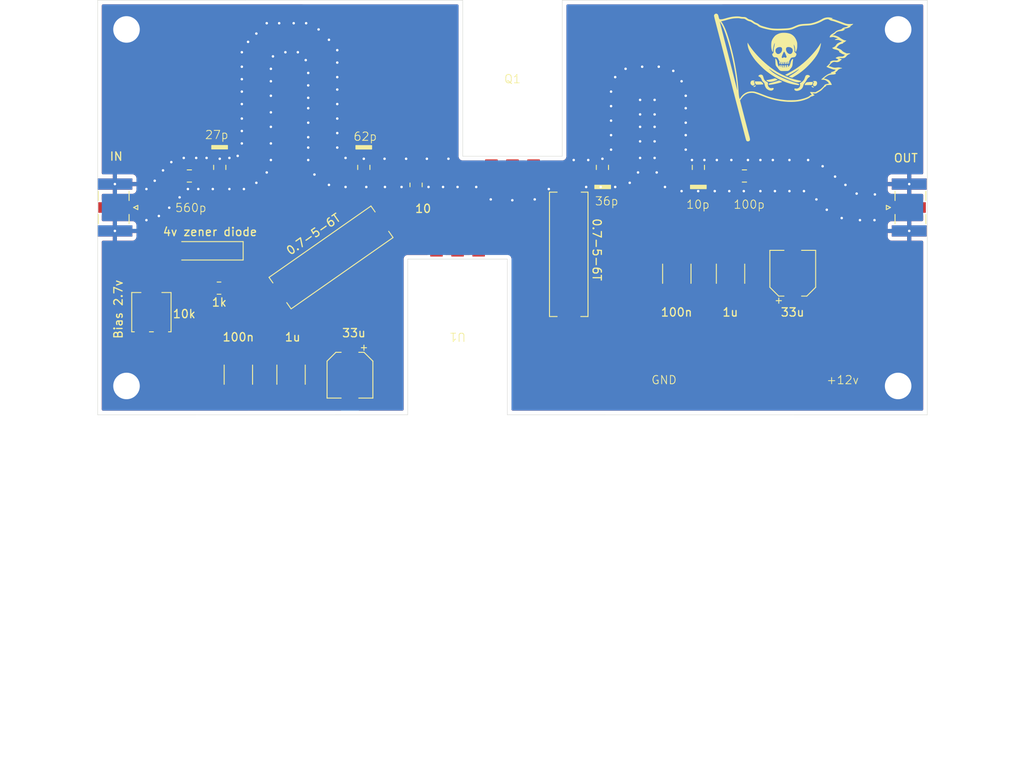
<source format=kicad_pcb>
(kicad_pcb (version 20240108) (generator "pcbnew") (generator_version "8.0")
  (layers (0 "F.Cu" signal) (31 "B.Cu" signal) (34 "B.Paste" user) (35 "F.Paste" user) (36 "B.SilkS" user "B.Silkscreen") (37 "F.SilkS" user "F.Silkscreen") (38 "B.Mask" user) (39 "F.Mask" user) (44 "Edge.Cuts" user))
  (net 0 "")
  (net 1 "Net-(J1-In)")
  (net 2 "Net-(Q1-G)")
  (net 3 "GND")
  (net 4 "Net-(U1-OUT)")
  (net 5 "+12V")
  (net 6 "Net-(Q1-D)")
  (net 7 "Net-(J2-In)")
  (net 8 "Net-(D1-K)")
  (net 9 "Net-(L1-Pad2)")
  (net 10 "Net-(R2-Pad1)")
  (footprint "Potentiometer_SMD:Potentiometer_Bourns_3314G_Vertical" (layer "F.Cu") (at 82.1 117.1 180)
    (property "Reference" "RV1" (hide yes))
    (property "Value" "10k" (hide yes))
    (pad "1" smd roundrect (at -1.15 -2.75 180) (size 1.3 1.3) (layers "F.Cu" "F.Paste" "F.Mask") (roundrect_rratio 0.1923076923) (net 4 "Net-(U1-OUT)"))
    (pad "2" smd roundrect (at 0 2.75 180) (size 2 1.3) (layers "F.Cu" "F.Paste" "F.Mask") (roundrect_rratio 0.1923076923) (net 10 "Net-(R2-Pad1)"))
    (pad "3" smd roundrect (at 1.15 -2.75 180) (size 1.3 1.3) (layers "F.Cu" "F.Paste" "F.Mask") (roundrect_rratio 0.1923076923) (net 3 "GND"))
  )
  (footprint "Capacitor_SMD:C_0805_2012Metric_Pad1.18x1.45mm_HandSolder" (layer "F.Cu") (at 153.575 100.675)
    (property "Reference" "C12" (hide yes))
    (property "Value" "100p" (hide yes))
    (pad "1" smd roundrect (at -1.0375 0) (size 1.175 1.45) (layers "F.Cu" "F.Paste" "F.Mask") (roundrect_rratio 0.212766) (net 6 "Net-(Q1-D)"))
    (pad "2" smd roundrect (at 1.0375 0) (size 1.175 1.45) (layers "F.Cu" "F.Paste" "F.Mask") (roundrect_rratio 0.212766) (net 7 "Net-(J2-In)"))
  )
  (footprint "Capacitor_SMD:CP_Elec_5x5.4" (layer "F.Cu") (at 159.4 112.4 90)
    (property "Reference" "C9" (hide yes))
    (property "Value" "33u" (hide yes))
    (pad "1" smd roundrect (at -2.2 0 90) (size 3 1.6) (layers "F.Cu" "F.Paste" "F.Mask") (roundrect_rratio 0.15625) (net 5 "+12V"))
    (pad "2" smd roundrect (at 2.2 0 90) (size 3 1.6) (layers "F.Cu" "F.Paste" "F.Mask") (roundrect_rratio 0.15625) (net 3 "GND"))
  )
  (footprint "Capacitor_SMD:C_0805_2012Metric_Pad1.18x1.45mm_HandSolder" (layer "F.Cu") (at 136.46 99.6375 -90)
    (property "Reference" "C10" (hide yes))
    (property "Value" "36p" (hide yes))
    (pad "1" smd roundrect (at -1.0375 0 270) (size 1.175 1.45) (layers "F.Cu" "F.Paste" "F.Mask") (roundrect_rratio 0.212766) (net 3 "GND"))
    (pad "2" smd roundrect (at 1.0375 0 270) (size 1.175 1.45) (layers "F.Cu" "F.Paste" "F.Mask") (roundrect_rratio 0.212766) (net 6 "Net-(Q1-D)"))
  )
  (footprint "Capacitor_SMD:C_0805_2012Metric_Pad1.18x1.45mm_HandSolder" (layer "F.Cu") (at 90.3375 99.6375 -90)
    (property "Reference" "C2" (hide yes))
    (property "Value" "27p" (hide yes))
    (pad "1" smd roundrect (at -1.0375 0 270) (size 1.175 1.45) (layers "F.Cu" "F.Paste" "F.Mask") (roundrect_rratio 0.212766) (net 3 "GND"))
    (pad "2" smd roundrect (at 1.0375 0 270) (size 1.175 1.45) (layers "F.Cu" "F.Paste" "F.Mask") (roundrect_rratio 0.212766) (net 2 "Net-(Q1-G)"))
  )
  (footprint "MountingHole:MountingHole_3.2mm_M3_DIN965_Pad" (layer "F.Cu") (at 79.1 126)
    (property "Reference" "H3" (hide yes))
    (property "Value" "MountingHole_Pad" (hide yes))
    (pad "1" thru_hole circle (at 0 0) (size 5.6 5.6) (drill 3.2) (layers "*.Cu" "*.Mask") (net 3 "GND"))
  )
  (footprint "Footprints:Wound_Inductor_L" (layer "F.Cu") (at 132.4 102.625 -90)
    (property "Reference" "L2" (hide yes))
    (property "Value" "300n" (hide yes))
    (fp_text user "0.7-5-6T" (at 3.075 -2.8 270) (layer "F.SilkS") (effects (justify left bottom)))
    (pad "1" smd rect (at 0 0 270) (size 5 2.1) (layers "F.Cu" "F.Paste" "F.Mask") (net 6 "Net-(Q1-D)"))
    (pad "2" smd rect (at 15 0 270) (size 5 2.1) (layers "F.Cu" "F.Paste" "F.Mask") (net 5 "+12V"))
  )
  (footprint "Diode_SMD:D_MiniMELF_Handsoldering" (layer "F.Cu") (at 88.5 109.7 180)
    (property "Reference" "D1" (hide yes))
    (property "Value" "D_Zener" (hide yes))
    (pad "1" smd roundrect (at -2.75 0 180) (size 3.3 1.7) (layers "F.Cu" "F.Paste" "F.Mask") (roundrect_rratio 0.1470588235) (net 8 "Net-(D1-K)"))
    (pad "2" smd roundrect (at 2.75 0 180) (size 3.3 1.7) (layers "F.Cu" "F.Paste" "F.Mask") (roundrect_rratio 0.1470588235) (net 3 "GND"))
  )
  (footprint "Connector_Coaxial:SMA_Samtec_SMA-J-P-X-ST-EM1_EdgeMount" (layer "F.Cu") (at 173.4375 104.475 90)
    (property "Reference" "J2" (hide yes))
    (property "Value" "~")
    (pad "1" smd rect (at 0 0.2 90) (size 1.27 3.6) (layers "F.Cu" "F.Paste" "F.Mask") (net 7 "Net-(J2-In)"))
    (pad "2" smd rect (at -2.825 0 90) (size 1.35 4.2) (layers "F.Cu" "F.Paste" "F.Mask") (net 3 "GND"))
    (pad "2" smd rect (at -2.825 0 90) (size 1.35 4.2) (layers "B.Cu" "B.Paste" "B.Mask") (net 3 "GND"))
    (pad "2" smd rect (at 2.825 0 90) (size 1.35 4.2) (layers "F.Cu" "F.Paste" "F.Mask") (net 3 "GND"))
    (pad "2" smd rect (at 2.825 0 90) (size 1.35 4.2) (layers "B.Cu" "B.Paste" "B.Mask") (net 3 "GND"))
  )
  (footprint "Footprints:TO-220 SMD" (layer "F.Cu") (at 125.62 89.475)
    (property "Reference" "Q1" (at 0 -0.5 0) (layer "F.SilkS") (effects (font (thickness 0.1))))
    (property "Value" "RD15HVF1" (hide yes))
    (pad "" np_thru_hole oval (at 0 -6.41) (size 3.5 3.5) (drill 3.5) (layers "*.Cu" "*.Mask"))
    (pad "1" smd rect (at -2.54 11.2) (size 1.5 4) (layers "F.Cu" "F.Paste" "F.Mask") (net 2 "Net-(Q1-G)"))
    (pad "2" smd rect (at 0 11.2) (size 1.5 4) (layers "F.Cu" "F.Paste" "F.Mask") (net 3 "GND"))
    (pad "3" smd rect (at 2.54 11.2) (size 1.5 4) (layers "F.Cu" "F.Paste" "F.Mask") (net 6 "Net-(Q1-D)"))
  )
  (footprint "LOGO" (layer "F.Cu") (at 158.505559 88.727788)
    (property "Reference" "G***" (hide yes))
    (property "Value" "LOGO" (hide yes))
  )
  (footprint "MountingHole:MountingHole_3.2mm_M3_DIN965_Pad" (layer "F.Cu") (at 79.1 83)
    (property "Reference" "H4" (hide yes))
    (property "Value" "MountingHole_Pad" (hide yes))
    (pad "1" thru_hole circle (at 0 0) (size 5.6 5.6) (drill 3.2) (layers "*.Cu" "*.Mask") (net 3 "GND"))
  )
  (footprint "Capacitor_SMD:C_0805_2012Metric_Pad1.18x1.45mm_HandSolder" (layer "F.Cu") (at 86.675 100.675)
    (property "Reference" "C1" (hide yes))
    (property "Value" "500p" (hide yes))
    (pad "1" smd roundrect (at -1.0375 0) (size 1.175 1.45) (layers "F.Cu" "F.Paste" "F.Mask") (roundrect_rratio 0.212766) (net 1 "Net-(J1-In)"))
    (pad "2" smd roundrect (at 1.0375 0) (size 1.175 1.45) (layers "F.Cu" "F.Paste" "F.Mask") (roundrect_rratio 0.212766) (net 2 "Net-(Q1-G)"))
  )
  (footprint "MountingHole:MountingHole_3.2mm_M3_DIN965_Pad" (layer "F.Cu") (at 172.1 83)
    (property "Reference" "H1" (hide yes))
    (property "Value" "MountingHole_Pad" (hide yes))
    (pad "1" thru_hole circle (at 0 0) (size 5.6 5.6) (drill 3.2) (layers "*.Cu" "*.Mask") (net 3 "GND"))
  )
  (footprint "Capacitor_SMD:C_1812_4532Metric_Pad1.57x3.40mm_HandSolder" (layer "F.Cu") (at 145.425 112.4625 -90)
    (property "Reference" "C8" (hide yes))
    (property "Value" "1u" (hide yes))
    (pad "1" smd roundrect (at -2.1375 0 270) (size 1.575 3.4) (layers "F.Cu" "F.Paste" "F.Mask") (roundrect_rratio 0.15873) (net 3 "GND"))
    (pad "2" smd roundrect (at 2.1375 0 270) (size 1.575 3.4) (layers "F.Cu" "F.Paste" "F.Mask") (roundrect_rratio 0.15873) (net 5 "+12V"))
  )
  (footprint "Footprints:Wound_Inductor_L" (layer "F.Cu") (at 97.60636 114.801823 35)
    (property "Reference" "L1" (hide yes))
    (property "Value" "300n" (hide yes))
    (fp_text user "0.7-5-6T" (at 3.502555 -2.921119 35) (layer "F.SilkS") (effects (justify left bottom)))
    (pad "1" smd rect (at 0 0 35) (size 5 2.1) (layers "F.Cu" "F.Paste" "F.Mask") (net 8 "Net-(D1-K)"))
    (pad "2" smd rect (at 15.000001 0 35) (size 5 2.1) (layers "F.Cu" "F.Paste" "F.Mask") (net 9 "Net-(L1-Pad2)"))
  )
  (footprint "Footprints:Power_Conn" (layer "F.Cu") (at 154.4 125.325 180)
    (property "Reference" "PWR1" (hide yes))
    (property "Value" "Conn_01x02_Socket" (hide yes))
    (pad "1" smd rect (at -5 0 180) (size 5 5) (layers "F.Cu" "F.Paste" "F.Mask") (net 5 "+12V"))
    (pad "2" smd rect (at 5 0 180) (size 5 5) (layers "F.Cu" "F.Paste" "F.Mask") (net 3 "GND"))
  )
  (footprint "Capacitor_SMD:C_0805_2012Metric_Pad1.18x1.45mm_HandSolder" (layer "F.Cu") (at 107.7 99.6375 -90)
    (property "Reference" "C3" (hide yes))
    (property "Value" "62p" (hide yes))
    (pad "1" smd roundrect (at -1.0375 0 270) (size 1.175 1.45) (layers "F.Cu" "F.Paste" "F.Mask") (roundrect_rratio 0.212766) (net 3 "GND"))
    (pad "2" smd roundrect (at 1.0375 0 270) (size 1.175 1.45) (layers "F.Cu" "F.Paste" "F.Mask") (roundrect_rratio 0.212766) (net 2 "Net-(Q1-G)"))
  )
  (footprint "Connector_Coaxial:SMA_Samtec_SMA-J-P-X-ST-EM1_EdgeMount" (layer "F.Cu") (at 77.7 104.475 -90)
    (property "Reference" "J1" (hide yes))
    (property "Value" "~")
    (pad "1" smd rect (at 0 0.2 270) (size 1.27 3.6) (layers "F.Cu" "F.Paste" "F.Mask") (net 1 "Net-(J1-In)"))
    (pad "2" smd rect (at -2.825 0 270) (size 1.35 4.2) (layers "F.Cu" "F.Paste" "F.Mask") (net 3 "GND"))
    (pad "2" smd rect (at -2.825 0 270) (size 1.35 4.2) (layers "B.Cu" "B.Paste" "B.Mask") (net 3 "GND"))
    (pad "2" smd rect (at 2.825 0 270) (size 1.35 4.2) (layers "F.Cu" "F.Paste" "F.Mask") (net 3 "GND"))
    (pad "2" smd rect (at 2.825 0 270) (size 1.35 4.2) (layers "B.Cu" "B.Paste" "B.Mask") (net 3 "GND"))
  )
  (footprint "Capacitor_SMD:C_0805_2012Metric_Pad1.18x1.45mm_HandSolder" (layer "F.Cu") (at 148.025 99.6375 -90)
    (property "Reference" "C11" (hide yes))
    (property "Value" "10p" (hide yes))
    (pad "1" smd roundrect (at -1.0375 0 270) (size 1.175 1.45) (layers "F.Cu" "F.Paste" "F.Mask") (roundrect_rratio 0.212766) (net 3 "GND"))
    (pad "2" smd roundrect (at 1.0375 0 270) (size 1.175 1.45) (layers "F.Cu" "F.Paste" "F.Mask") (roundrect_rratio 0.212766) (net 6 "Net-(Q1-D)"))
  )
  (footprint "Resistor_SMD:R_0805_2012Metric_Pad1.20x1.40mm_HandSolder" (layer "F.Cu") (at 114 101.75 90)
    (property "Reference" "R1" (hide yes))
    (property "Value" "10" (hide yes))
    (pad "1" smd roundrect (at -1 0 90) (size 1.2 1.4) (layers "F.Cu" "F.Paste" "F.Mask") (roundrect_rratio 0.208333) (net 9 "Net-(L1-Pad2)"))
    (pad "2" smd roundrect (at 1 0 90) (size 1.2 1.4) (layers "F.Cu" "F.Paste" "F.Mask") (roundrect_rratio 0.208333) (net 2 "Net-(Q1-G)"))
  )
  (footprint "Capacitor_SMD:C_1812_4532Metric_Pad1.57x3.40mm_HandSolder" (layer "F.Cu") (at 98.93125 124.6375 90)
    (property "Reference" "C5" (hide yes))
    (property "Value" "1u" (hide yes))
    (pad "1" smd roundrect (at -2.1375 0 90) (size 1.575 3.4) (layers "F.Cu" "F.Paste" "F.Mask") (roundrect_rratio 0.15873) (net 3 "GND"))
    (pad "2" smd roundrect (at 2.1375 0 90) (size 1.575 3.4) (layers "F.Cu" "F.Paste" "F.Mask") (roundrect_rratio 0.15873) (net 4 "Net-(U1-OUT)"))
  )
  (footprint "MountingHole:MountingHole_3.2mm_M3_DIN965_Pad" (layer "F.Cu") (at 172.1 126)
    (property "Reference" "H2" (hide yes))
    (property "Value" "MountingHole_Pad" (hide yes))
    (pad "1" thru_hole circle (at 0 0) (size 5.6 5.6) (drill 3.2) (layers "*.Cu" "*.Mask") (net 3 "GND"))
  )
  (footprint "Footprints:TO-220 SMD" (layer "F.Cu") (at 119 119.59 180)
    (property "Reference" "U1" (at 0 -0.5 180) (layer "F.SilkS") (effects (font (thickness 0.1))))
    (property "Value" "L7809" (hide yes))
    (pad "" np_thru_hole oval (at 0 -6.41 180) (size 3.5 3.5) (drill 3.5) (layers "*.Cu" "*.Mask"))
    (pad "1" smd rect (at -2.54 11.2 180) (size 1.5 4) (layers "F.Cu" "F.Paste" "F.Mask") (net 5 "+12V"))
    (pad "2" smd rect (at 0 11.2 180) (size 1.5 4) (layers "F.Cu" "F.Paste" "F.Mask") (net 3 "GND"))
    (pad "3" smd rect (at 2.54 11.2 180) (size 1.5 4) (layers "F.Cu" "F.Paste" "F.Mask") (net 4 "Net-(U1-OUT)"))
  )
  (footprint "Capacitor_SMD:C_1812_4532Metric_Pad1.57x3.40mm_HandSolder" (layer "F.Cu") (at 92.58125 124.6375 90)
    (property "Reference" "C6" (hide yes))
    (property "Value" "100n" (hide yes))
    (pad "1" smd roundrect (at -2.1375 0 90) (size 1.575 3.4) (layers "F.Cu" "F.Paste" "F.Mask") (roundrect_rratio 0.15873) (net 3 "GND"))
    (pad "2" smd roundrect (at 2.1375 0 90) (size 1.575 3.4) (layers "F.Cu" "F.Paste" "F.Mask") (roundrect_rratio 0.15873) (net 4 "Net-(U1-OUT)"))
  )
  (footprint "Capacitor_SMD:CP_Elec_5x5.4" (layer "F.Cu") (at 106.03125 124.7 -90)
    (property "Reference" "C4" (hide yes))
    (property "Value" "33u" (hide yes))
    (pad "1" smd roundrect (at -2.2 0 270) (size 3 1.6) (layers "F.Cu" "F.Paste" "F.Mask") (roundrect_rratio 0.15625) (net 4 "Net-(U1-OUT)"))
    (pad "2" smd roundrect (at 2.2 0 270) (size 3 1.6) (layers "F.Cu" "F.Paste" "F.Mask") (roundrect_rratio 0.15625) (net 3 "GND"))
  )
  (footprint "Resistor_SMD:R_0805_2012Metric_Pad1.20x1.40mm_HandSolder" (layer "F.Cu") (at 90.25 114.2)
    (property "Reference" "R2" (hide yes))
    (property "Value" "1k" (hide yes))
    (pad "1" smd roundrect (at -1 0) (size 1.2 1.4) (layers "F.Cu" "F.Paste" "F.Mask") (roundrect_rratio 0.208333) (net 10 "Net-(R2-Pad1)"))
    (pad "2" smd roundrect (at 1 0) (size 1.2 1.4) (layers "F.Cu" "F.Paste" "F.Mask") (roundrect_rratio 0.208333) (net 8 "Net-(D1-K)"))
  )
  (footprint "Capacitor_SMD:C_1812_4532Metric_Pad1.57x3.40mm_HandSolder" (layer "F.Cu") (at 151.9 112.4625 -90)
    (property "Reference" "C7" (hide yes))
    (property "Value" "100n" (hide yes))
    (pad "1" smd roundrect (at -2.1375 0 270) (size 1.575 3.4) (layers "F.Cu" "F.Paste" "F.Mask") (roundrect_rratio 0.15873) (net 3 "GND"))
    (pad "2" smd roundrect (at 2.1375 0 270) (size 1.575 3.4) (layers "F.Cu" "F.Paste" "F.Mask") (roundrect_rratio 0.15873) (net 5 "+12V"))
  )
  (gr_rect (start 147.065 101.78) (end 148.975 102.21) (stroke (width 0.1)) (fill solid) (layer "F.SilkS"))
  (gr_rect (start 106.74 97) (end 108.65 97.43) (stroke (width 0.1)) (fill solid) (layer "F.SilkS"))
  (gr_rect (start 89.365 96.99) (end 91.275 97.42) (stroke (width 0.1)) (fill solid) (layer "F.SilkS"))
  (gr_rect (start 135.535 101.78) (end 137.445 102.21) (stroke (width 0.1)) (fill solid) (layer "F.SilkS"))
  (gr_line (start 125 110.7) (end 113 110.7) (stroke (width 0.05)) (layer "Edge.Cuts"))
  (gr_line (start 125 129.47) (end 175.62 129.475) (stroke (width 0.05)) (layer "Edge.Cuts"))
  (gr_line (start 119.62 79.48) (end 75.62 79.475) (stroke (width 0.05)) (layer "Edge.Cuts"))
  (gr_line (start 113 129.47) (end 75.62 129.475) (stroke (width 0.05)) (layer "Edge.Cuts"))
  (gr_line (start 131.62 98.3) (end 131.62 79.48) (stroke (width 0.05)) (layer "Edge.Cuts"))
  (gr_line (start 131.62 79.48) (end 175.62 79.475) (stroke (width 0.05)) (layer "Edge.Cuts"))
  (gr_line (start 119.62 98.3) (end 119.62 79.48) (stroke (width 0.05)) (layer "Edge.Cuts"))
  (gr_line (start 131.62 98.3) (end 119.62 98.3) (stroke (width 0.05)) (layer "Edge.Cuts"))
  (gr_line (start 175.62 79.475) (end 175.62 129.475) (stroke (width 0.05)) (layer "Edge.Cuts"))
  (gr_line (start 75.62 79.475) (end 75.62 129.475) (stroke (width 0.05)) (layer "Edge.Cuts"))
  (gr_line (start 125 110.7) (end 125 129.47) (stroke (width 0.05)) (layer "Edge.Cuts"))
  (gr_line (start 113 110.7) (end 113 129.47) (stroke (width 0.05)) (layer "Edge.Cuts"))
  (gr_text "4v zener diode" (at 83.4 108 0) (layer "F.SilkS") (effects (font (size 1 1)) (justify left bottom)))
  (gr_text "IN" (at 77 98.9 0) (layer "F.SilkS") (effects (font (size 1 1)) (justify left bottom)))
  (gr_text "100p" (at 152.2 104.7 0) (layer "F.SilkS") (effects (font (size 1 1) (thickness 0.1)) (justify left bottom)))
  (gr_text "GND" (at 142.3 125.8645 0) (layer "F.SilkS") (effects (font (size 1 1) (thickness 0.1)) (justify left bottom)))
  (gr_text "100n" (at 90.6 120.7 0) (layer "F.SilkS") (effects (font (size 1 1)) (justify left bottom)))
  (gr_text "Bias 2.7v" (at 78.7 120.4 90) (layer "F.SilkS") (effects (font (size 1 1)) (justify left bottom)))
  (gr_text "62p" (at 106.4 96.5 0) (layer "F.SilkS") (effects (font (size 1 1) (thickness 0.1)) (justify left bottom)))
  (gr_text "10" (at 113.8 105.2 0) (layer "F.SilkS") (effects (font (size 1 1)) (justify left bottom)))
  (gr_text "100n" (at 143.419048 117.7 0) (layer "F.SilkS") (effects (font (size 1 1)) (justify left bottom)))
  (gr_text "1u" (at 150.846429 117.7 0) (layer "F.SilkS") (effects (font (size 1 1)) (justify left bottom)))
  (gr_text "1u" (at 98.1 120.7 0) (layer "F.SilkS") (effects (font (size 1 1)) (justify left bottom)))
  (gr_text "+12v" (at 163.4 125.8645 0) (layer "F.SilkS") (effects (font (size 1 1) (thickness 0.1)) (justify left bottom)))
  (gr_text "27p" (at 88.5 96.3 0) (layer "F.SilkS") (effects (font (size 1 1) (thickness 0.1)) (justify left bottom)))
  (gr_text "33u" (at 157.870238 117.7 0) (layer "F.SilkS") (effects (font (size 1 1)) (justify left bottom)))
  (gr_text "10p" (at 146.5 104.7 0) (layer "F.SilkS") (effects (font (size 1 1) (thickness 0.1)) (justify left bottom)))
  (gr_text "560p" (at 84.9 105.1 0) (layer "F.SilkS") (effects (font (size 1 1) (thickness 0.1)) (justify left bottom)))
  (gr_text "36p" (at 135.5 104.3 0) (layer "F.SilkS") (effects (font (size 1 1) (thickness 0.1)) (justify left bottom)))
  (gr_text "1k" (at 89.3 116.5 0) (layer "F.SilkS") (effects (font (size 1 1)) (justify left bottom)))
  (gr_text "OUT" (at 171.5 99.1 0) (layer "F.SilkS") (effects (font (size 1 1)) (justify left bottom)))
  (gr_text "10k" (at 84.6 117.9 0) (layer "F.SilkS") (effects (font (size 1 1)) (justify left bottom)))
  (gr_text "33u" (at 105 120.2 0) (layer "F.SilkS") (effects (font (size 1 1)) (justify left bottom)))
  (segment (start 85.6375 100.675) (end 82.716179 103.596321) (width 1.3939) (layer "F.Cu") (net 1))
  (segment (start 80.594859 104.475) (end 77.5 104.475) (width 1.3939) (layer "F.Cu") (net 1))
  (arc (start 80.594859 104.475) (mid 81.742909 104.246639) (end 82.716179 103.596321) (width 1.3939) (layer "F.Cu") (net 1))
  (segment (start 107.7 100.675) (end 123.08 100.675) (width 1.3939) (layer "F.Cu") (net 2))
  (segment (start 91.946 100.675) (end 90.44 100.675) (width 1.3939) (layer "F.Cu") (net 2))
  (segment (start 94.958 87.177) (end 94.958 97.663) (width 1.3939) (layer "F.Cu") (net 2))
  (segment (start 102.488 97.663) (end 102.488 87.177) (width 1.3939) (layer "F.Cu") (net 2))
  (segment (start 87.7125 100.675) (end 90.44 100.675) (width 1.3939) (layer "F.Cu") (net 2))
  (segment (start 90.44 100.675) (end 90.3375 100.675) (width 1.3939) (layer "F.Cu") (net 2))
  (segment (start 99.476 84.165) (end 97.97 84.165) (width 1.3939) (layer "F.Cu") (net 2))
  (segment (start 107.7 100.675) (end 105.5 100.675) (width 1.3939) (layer "F.Cu") (net 2))
  (arc (start 94.958 97.663) (mid 94.075806 99.792806) (end 91.946 100.675) (width 1.3939) (layer "F.Cu") (net 2))
  (arc (start 105.5 100.675) (mid 103.370194 99.792806) (end 102.488 97.663) (width 1.3939) (layer "F.Cu") (net 2))
  (arc (start 102.488 87.177) (mid 101.605806 85.047194) (end 99.476 84.165) (width 1.3939) (layer "F.Cu") (net 2))
  (arc (start 97.97 84.165) (mid 95.840194 85.047194) (end 94.958 87.177) (width 1.3939) (layer "F.Cu") (net 2))
  (via (at 89.5 102.25) (size 0.6) (drill 0.3) (layers "F.Cu" "B.Cu") (net 3))
  (via (at 93.75 84.5) (size 0.6) (drill 0.3) (layers "F.Cu" "B.Cu") (net 3))
  (via (at 81.5 102.25) (size 0.6) (drill 0.3) (layers "F.Cu" "B.Cu") (net 3))
  (via (at 139.75 101.5) (size 0.6) (drill 0.3) (layers "F.Cu" "B.Cu") (net 3))
  (via (at 110.25 102) (size 0.6) (drill 0.3) (layers "F.Cu" "B.Cu") (net 3))
  (via (at 99.25 82.25) (size 0.6) (drill 0.3) (layers "F.Cu" "B.Cu") (net 3))
  (via (at 134.5 102) (size 0.6) (drill 0.3) (layers "F.Cu" "B.Cu") (net 3))
  (via (at 83.5 100) (size 0.6) (drill 0.3) (layers "F.Cu" "B.Cu") (net 3))
  (via (at 104.5 88.75) (size 0.6) (drill 0.3) (layers "F.Cu" "B.Cu") (net 3))
  (via (at 93 92) (size 0.6) (drill 0.3) (layers "F.Cu" "B.Cu") (net 3))
  (via (at 147.25 98.75) (size 0.6) (drill 0.3) (layers "F.Cu" "B.Cu") (net 3))
  (via (at 145 88) (size 0.6) (drill 0.3) (layers "F.Cu" "B.Cu") (net 3))
  (via (at 93 85.75) (size 0.6) (drill 0.3) (layers "F.Cu" "B.Cu") (net 3))
  (via (at 94.75 101.5) (size 0.6) (drill 0.3) (layers "F.Cu" "B.Cu") (net 3))
  (via (at 141.25 87.5) (size 0.6) (drill 0.3) (layers "F.Cu" "B.Cu") (net 3))
  (via (at 104.5 90.25) (size 0.6) (drill 0.3) (layers "F.Cu" "B.Cu") (net 3))
  (via (at 140.75 100.25) (size 0.6) (drill 0.3) (layers "F.Cu" "B.Cu") (net 3))
  (via (at 96.5 96.75) (size 0.6) (drill 0.3) (layers "F.Cu" "B.Cu") (net 3))
  (via (at 142.75 96.5) (size 0.6) (drill 0.3) (layers "F.Cu" "B.Cu") (net 3))
  (via (at 81.5 106) (size 0.6) (drill 0.3) (layers "F.Cu" "B.Cu") (net 3))
  (via (at 101 92.5) (size 0.6) (drill 0.3) (layers "F.Cu" "B.Cu") (net 3))
  (via (at 117.25 102) (size 0.6) (drill 0.3) (layers "F.Cu" "B.Cu") (net 3))
  (via (at 173.4375 107.3) (size 0.6) (drill 0.3) (layers "F.Cu" "B.Cu") (net 3))
  (via (at 101.75 100.5) (size 0.6) (drill 0.3) (layers "F.Cu" "B.Cu") (net 3))
  (via (at 125.6 103.6) (size 0.6) (drill 0.3) (layers "F.Cu" "B.Cu") (net 3))
  (via (at 161.25 98.75) (size 0.6) (drill 0.3) (layers "F.Cu" "B.Cu") (net 3))
  (via (at 133 98.75) (size 0.6) (drill 0.3) (layers "F.Cu" "B.Cu") (net 3))
  (via (at 148.75 98.75) (size 0.6) (drill 0.3) (layers "F.Cu" "B.Cu") (net 3))
  (via (at 157 98.75) (size 0.6) (drill 0.3) (layers "F.Cu" "B.Cu") (net 3))
  (via (at 96.5 87.75) (size 0.6) (drill 0.3) (layers "F.Cu" "B.Cu") (net 3))
  (via (at 103.5 101.75) (size 0.6) (drill 0.3) (layers "F.Cu" "B.Cu") (net 3))
  (via (at 92.5 98.25) (size 0.6) (drill 0.3) (layers "F.Cu" "B.Cu") (net 3))
  (via (at 163 99.5) (size 0.6) (drill 0.3) (layers "F.Cu" "B.Cu") (net 3))
  (via (at 142.75 98.5) (size 0.6) (drill 0.3) (layers "F.Cu" "B.Cu") (net 3))
  (via (at 137.5 94) (size 0.6) (drill 0.3) (layers "F.Cu" "B.Cu") (net 3))
  (via (at 83 105.5) (size 0.6) (drill 0.3) (layers "F.Cu" "B.Cu") (net 3))
  (via (at 146 102.5) (size 0.6) (drill 0.3) (layers "F.Cu" "B.Cu") (net 3))
  (via (at 138 88.75) (size 0.6) (drill 0.3) (layers "F.Cu" "B.Cu") (net 3))
  (via (at 164.5 100.75) (size 0.6) (drill 0.3) (layers "F.Cu" "B.Cu") (net 3))
  (via (at 96.5 98.75) (size 0.6) (drill 0.3) (layers "F.Cu" "B.Cu") (net 3))
  (via (at 157.25 102.5) (size 0.6) (drill 0.3) (layers "F.Cu" "B.Cu") (net 3))
  (via (at 102.25 83) (size 0.6) (drill 0.3) (layers "F.Cu" "B.Cu") (net 3))
  (via (at 137.5 95.75) (size 0.6) (drill 0.3) (layers "F.Cu" "B.Cu") (net 3))
  (via (at 104.5 95.5) (size 0.6) (drill 0.3) (layers "F.Cu" "B.Cu") (net 3))
  (via (at 150.25 98.75) (size 0.6) (drill 0.3) (layers "F.Cu" "B.Cu") (net 3))
  (via (at 154 98.75) (size 0.6) (drill 0.3) (layers "F.Cu" "B.Cu") (net 3))
  (via (at 146.5 92.5) (size 0.6) (drill 0.3) (layers "F.Cu" "B.Cu") (net 3))
  (via (at 91.5 102.25) (size 0.6) (drill 0.3) (layers "F.Cu" "B.Cu") (net 3))
  (via (at 146.5 97.5) (size 0.6) (drill 0.3) (layers "F.Cu" "B.Cu") (net 3))
  (via (at 163.5 104.75) (size 0.6) (drill 0.3) (layers "F.Cu" "B.Cu") (net 3))
  (via (at 77.7 107.3) (size 0.6) (drill 0.3) (layers "F.Cu" "B.Cu") (net 3))
  (via (at 96.5 91) (size 0.6) (drill 0.3) (layers "F.Cu" "B.Cu") (net 3))
  (via (at 143 100.25) (size 0.6) (drill 0.3) (layers "F.Cu" "B.Cu") (net 3))
  (via (at 104.5 85.5) (size 0.6) (drill 0.3) (layers "F.Cu" "B.Cu") (net 3))
  (via (at 94.75 83.5) (size 0.6) (drill 0.3) (layers "F.Cu" "B.Cu") (net 3))
  (via (at 137.5 97.5) (size 0.6) (drill 0.3) (layers "F.Cu" "B.Cu") (net 3))
  (via (at 112.25 102) (size 0.6) (drill 0.3) (layers "F.Cu" "B.Cu") (net 3))
  (via (at 137.5 90.5) (size 0.6) (drill 0.3) (layers "F.Cu" "B.Cu") (net 3))
  (via (at 150 102.5) (size 0.6) (drill 0.3) (layers "F.Cu" "B.Cu") (net 3))
  (via (at 141 91.5) (size 0.6) (drill 0.3) (layers "F.Cu" "B.Cu") (net 3))
  (via (at 86 98.5) (size 0.6) (drill 0.3) (layers "F.Cu" "B.Cu") (net 3))
  (via (at 146.5 91) (size 0.6) (drill 0.3) (layers "F.Cu" "B.Cu") (net 3))
  (via (at 159 98.75) (size 0.6) (drill 0.3) (layers "F.Cu" "B.Cu") (net 3))
  (via (at 84.25 104.5) (size 0.6) (drill 0.3) (layers "F.Cu" "B.Cu") (net 3))
  (via (at 173.4375 101.65) (size 0.6) (drill 0.3) (layers "F.Cu" "B.Cu") (net 3))
  (via (at 93 95.25) (size 0.6) (drill 0.3) (layers "F.Cu" "B.Cu") (net 3))
  (via (at 134.75 98.75) (size 0.6) (drill 0.3) (layers "F.Cu" "B.Cu") (net 3))
  (via (at 107.7 98.6) (size 0.6) (drill 0.3) (layers "F.Cu" "B.Cu") (net 3))
  (via (at 96.5 93) (size 0.6) (drill 0.3) (layers "F.Cu" "B.Cu") (net 3))
  (via (at 100.75 82.25) (size 0.6) (drill 0.3) (layers "F.Cu" "B.Cu") (net 3))
  (via (at 121.25 102) (size 0.6) (drill 0.3) (layers "F.Cu" "B.Cu") (net 3))
  (via (at 115.3 98.6) (size 0.6) (drill 0.3) (layers "F.Cu" "B.Cu") (net 3))
  (via (at 104.5 87) (size 0.6) (drill 0.3) (layers "F.Cu" "B.Cu") (net 3))
  (via (at 136.46 98.6) (size 0.6) (drill 0.3) (layers "F.Cu" "B.Cu") (net 3))
  (via (at 96.75 86.25) (size 0.6) (drill 0.3) (layers "F.Cu" "B.Cu") (net 3))
  (via (at 146.5 95.75) (size 0.6) (drill 0.3) (layers "F.Cu" "B.Cu") (net 3))
  (via (at 162.25 103.5) (size 0.6) (drill 0.3) (layers "F.Cu" "B.Cu") (net 3))
  (via (at 141 96.5) (size 0.6) (drill 0.3) (layers "F.Cu" "B.Cu") (net 3))
  (via (at 151.75 102.5) (size 0.6) (drill 0.3) (layers "F.Cu" "B.Cu") (net 3))
  (via (at 96.5 94.75) (size 0.6) (drill 0.3) (layers "F.Cu" "B.Cu") (net 3))
  (via (at 101 97.25) (size 0.6) (drill 0.3) (layers "F.Cu" "B.Cu") (net 3))
  (via (at 119 102) (size 0.6) (drill 0.3) (layers "F.Cu" "B.Cu") (net 3))
  (via (at 77.7 101.65) (size 0.6) (drill 0.3) (layers "F.Cu" "B.Cu") (net 3))
  (via (at 139.25 87.75) (size 0.6) (drill 0.3) (layers "F.Cu" "B.Cu") (net 3))
  (via (at 85.5 103.25) (size 0.6) (drill 0.3) (layers "F.Cu" "B.Cu") (net 3))
  (via (at 169.3 102.9) (size 0.6) (drill 0.3) (layers "F.Cu" "B.Cu") (net 3))
  (via (at 90.3375 98.6) (size 0.6) (drill 0.3) (layers "F.Cu" "B.Cu") (net 3))
  (via (at 167.1 102.8) (size 0.6) (drill 0.3) (layers "F.Cu" "B.Cu") (net 3))
  (via (at 88.75 98.5) (size 0.6) (drill 0.3) (layers "F.Cu" "B.Cu") (net 3))
  (via (at 142.75 94.75) (size 0.6) (drill 0.3) (layers "F.Cu" "B.Cu") (net 3))
  (via (at 93 89) (size 0.6) (drill 0.3) (layers "F.Cu" "B.Cu") (net 3))
  (via (at 86.5 102.25) (size 0.6) (drill 0.3) (layers "F.Cu" "B.Cu") (net 3))
  (via (at 87.75 102.25) (size 0.6) (drill 0.3) (layers "F.Cu" "B.Cu") (net 3))
  (via (at 152 98.75) (size 0.6) (drill 0.3) (layers "F.Cu" "B.Cu") (net 3))
  (via (at 155.5 98.75) (size 0.6) (drill 0.3) (layers "F.Cu" "B.Cu") (net 3))
  (via (at 169.25 106) (size 0.6) (drill 0.3) (layers "F.Cu" "B.Cu") (net 3))
  (via (at 100.7 86.7) (size 0.6) (drill 0.3) (layers "F.Cu" "B.Cu") (net 3))
  (via (at 165.3 105.75) (size 0.6) (drill 0.3) (layers "F.Cu" "B.Cu") (net 3))
  (via (at 153.5 102.5) (size 0.6) (drill 0.3) (layers "F.Cu" "B.Cu") (net 3))
  (via (at 96.5 89.25) (size 0.6) (drill 0.3) (layers "F.Cu" "B.Cu") (net 3))
  (via (at 146.5 94.25) (size 0.6) (drill 0.3) (layers "F.Cu" "B.Cu") (net 3))
  (via (at 96 82.25) (size 0.6) (drill 0.3) (layers "F.Cu" "B.Cu") (net 3))
  (via (at 101 94.25) (size 0.6) (drill 0.3) (layers "F.Cu" "B.Cu") (net 3))
  (via (at 142.75 91.5) (size 0.6) (drill 0.3) (layers "F.Cu" "B.Cu") (net 3))
  (via (at 155.5 102.5) (size 0.6) (drill 0.3) (layers "F.Cu" "B.Cu") (net 3))
  (via (at 91.5 98.5) (size 0.6) (drill 0.3) (layers "F.Cu" "B.Cu") (net 3))
  (via (at 103.5 84.25) (size 0.6) (drill 0.3) (layers "F.Cu" "B.Cu") (net 3))
  (via (at 101 88.25) (size 0.6) (drill 0.3) (layers "F.Cu" "B.Cu") (net 3))
  (via (at 110.2 98.6) (size 0.6) (drill 0.3) (layers "F.Cu" "B.Cu") (net 3))
  (via (at 105.5 98.5) (size 0.6) (drill 0.3) (layers "F.Cu" "B.Cu") (net 3))
  (via (at 82.5 101.25) (size 0.6) (drill 0.3) (layers "F.Cu" "B.Cu") (net 3))
  (via (at 93 93.75) (size 0.6) (drill 0.3) (layers "F.Cu" "B.Cu") (net 3))
  (via (at 96 100.25) (size 0.6) (drill 0.3) (layers "F.Cu" "B.Cu") (net 3))
  (via (at 128.3 103.5) (size 0.6) (drill 0.3) (layers "F.Cu" "B.Cu") (net 3))
  (via (at 160.75 102.5) (size 0.6) (drill 0.3) (layers "F.Cu" "B.Cu") (net 3))
  (via (at 123 103.5) (size 0.6) (drill 0.3) (layers "F.Cu" "B.Cu") (net 3))
  (via (at 84.5 99) (size 0.6) (drill 0.3) (layers "F.Cu" "B.Cu") (net 3))
  (via (at 93.25 102.25) (size 0.6) (drill 0.3) (layers "F.Cu" "B.Cu") (net 3))
  (via (at 108 102) (size 0.6) (drill 0.3) (layers "F.Cu" "B.Cu") (net 3))
  (via (at 144 102) (size 0.6) (drill 0.3) (layers "F.Cu" "B.Cu") (net 3))
  (via (at 98.25 85.75) (size 0.6) (drill 0.3) (layers "F.Cu" "B.Cu") (net 3))
  (via (at 101 89.75) (size 0.6) (drill 0.3) (layers "F.Cu" "B.Cu") (net 3))
  (via (at 167.5 106) (size 0.6) (drill 0.3) (layers "F.Cu" "B.Cu") (net 3))
  (via (at 104.5 93.75) (size 0.6) (drill 0.3) (layers "F.Cu" "B.Cu") (net 3))
  (via (at 141 93.25) (size 0.6) (drill 0.3) (layers "F.Cu" "B.Cu") (net 3))
  (via (at 146 89.25) (size 0.6) (drill 0.3) (layers "F.Cu" "B.Cu") (net 3))
  (via (at 143.25 87.5) (size 0.6) (drill 0.3) (layers "F.Cu" "B.Cu") (net 3))
  (via (at 104.5 92) (size 0.6) (drill 0.3) (layers "F.Cu" "B.Cu") (net 3))
  (via (at 104.5 97.25) (size 0.6) (drill 0.3) (layers "F.Cu" "B.Cu") (net 3))
  (via (at 137.5 92.25) (size 0.6) (drill 0.3) (layers "F.Cu" "B.Cu") (net 3))
  (via (at 93 96.75) (size 0.6) (drill 0.3) (layers "F.Cu" "B.Cu") (net 3))
  (via (at 101 98.75) (size 0.6) (drill 0.3) (layers "F.Cu" "B.Cu") (net 3))
  (via (at 115.5 102) (size 0.6) (drill 0.3) (layers "F.Cu" "B.Cu") (net 3))
  (via (at 141 98.5) (size 0.6) (drill 0.3) (layers "F.Cu" "B.Cu") (net 3))
  (via (at 165.75 101.75) (size 0.6) (drill 0.3) (layers "F.Cu" "B.Cu") (net 3))
  (via (at 105.5 102) (size 0.6) (drill 0.3) (layers "F.Cu" "B.Cu") (net 3))
  (via (at 99.75 85.75) (size 0.6) (drill 0.3) (layers "F.Cu" "B.Cu") (net 3))
  (via (at 142.75 93.25) (size 0.6) (drill 0.3) (layers "F.Cu" "B.Cu") (net 3))
  (via (at 97.5 82.25) (size 0.6) (drill 0.3) (layers "F.Cu" "B.Cu") (net 3))
  (via (at 159 102.5) (size 0.6) (drill 0.3) (layers "F.Cu" "B.Cu") (net 3))
  (via (at 101 91.25) (size 0.6) (drill 0.3) (layers "F.Cu" "B.Cu") (net 3))
  (via (at 93 90.5) (size 0.6) (drill 0.3) (layers "F.Cu" "B.Cu") (net 3))
  (via (at 130 102.25) (size 0.6) (drill 0.3) (layers "F.Cu" "B.Cu") (net 3))
  (via (at 138 102) (size 0.6) (drill 0.3) (layers "F.Cu" "B.Cu") (net 3))
  (via (at 141 94.75) (size 0.6) (drill 0.3) (layers "F.Cu" "B.Cu") (net 3))
  (via (at 136.25 102) (size 0.6) (drill 0.3) (layers "F.Cu" "B.Cu") (net 3))
  (via (at 93 87.5) (size 0.6) (drill 0.3) (layers "F.Cu" "B.Cu") (net 3))
  (via (at 87.5 98.5) (size 0.6) (drill 0.3) (layers "F.Cu" "B.Cu") (net 3))
  (via (at 101 96) (size 0.6) (drill 0.3) (layers "F.Cu" "B.Cu") (net 3))
  (via (at 117.9 98.6) (size 0.6) (drill 0.3) (layers "F.Cu" "B.Cu") (net 3))
  (via (at 148 102.5) (size 0.6) (drill 0.3) (layers "F.Cu" "B.Cu") (net 3))
  (via (at 112.8 98.6) (size 0.6) (drill 0.3) (layers "F.Cu" "B.Cu") (net 3))
  (segment (start 116.46 108.39) (end 112.71 108.39) (width 1.3939) (layer "F.Cu") (net 4))
  (segment (start 112.71 108.39) (end 111 110.1) (width 1.3939) (layer "F.Cu") (net 4))
  (segment (start 111 120.5) (end 109 122.5) (width 1.3939) (layer "F.Cu") (net 4))
  (segment (start 85.9 122.5) (end 106.03125 122.5) (width 1.3939) (layer "F.Cu") (net 4))
  (segment (start 111 110.1) (end 111 120.5) (width 1.3939) (layer "F.Cu") (net 4))
  (segment (start 109 122.5) (end 106.03125 122.5) (width 1.3939) (layer "F.Cu") (net 4))
  (segment (start 83.25 119.85) (end 85.9 122.5) (width 1.3939) (layer "F.Cu") (net 4))
  (segment (start 159.4 114.6) (end 151.9 114.6) (width 1.2) (layer "F.Cu") (net 5))
  (segment (start 145.3 114.475) (end 135.55 114.475) (width 1.2) (layer "F.Cu") (net 5))
  (segment (start 132.4 117.625) (end 129.825 117.625) (width 1.2) (layer "F.Cu") (net 5))
  (segment (start 145.425 114.6) (end 145.3 114.475) (width 1.2) (layer "F.Cu") (net 5))
  (segment (start 135.55 114.475) (end 132.4 117.625) (width 1.2) (layer "F.Cu") (net 5))
  (segment (start 124.915 108.39) (end 121.54 108.39) (width 1.2) (layer "F.Cu") (net 5))
  (segment (start 128.15 111.625) (end 124.915 108.39) (width 1.2) (layer "F.Cu") (net 5))
  (segment (start 151.9 114.6) (end 145.425 114.6) (width 1.2) (layer "F.Cu") (net 5))
  (segment (start 128.15 115.95) (end 128.15 111.625) (width 1.2) (layer "F.Cu") (net 5))
  (segment (start 159.4 125.325) (end 159.4 114.6) (width 1.2) (layer "F.Cu") (net 5))
  (segment (start 129.825 117.625) (end 128.15 115.95) (width 1.2) (layer "F.Cu") (net 5))
  (segment (start 142.366 89.385) (end 141.41 89.385) (width 1.3939) (layer "F.Cu") (net 6))
  (segment (start 148.025 100.675) (end 146.19 100.675) (width 1.3939) (layer "F.Cu") (net 6))
  (segment (start 144.278 98.763) (end 144.278 91.297) (width 1.3939) (layer "F.Cu") (net 6))
  (segment (start 136.63 100.675) (end 136.46 100.675) (width 1.3939) (layer "F.Cu") (net 6))
  (segment (start 136.46 100.675) (end 128.16 100.675) (width 1.3939) (layer "F.Cu") (net 6))
  (segment (start 148.025 100.675) (end 152.5375 100.675) (width 1.3939) (layer "F.Cu") (net 6))
  (segment (start 137.586 100.675) (end 136.63 100.675) (width 1.3939) (layer "F.Cu") (net 6))
  (segment (start 139.498 91.297) (end 139.498 98.763) (width 1.3939) (layer "F.Cu") (net 6))
  (arc (start 139.498 98.763) (mid 138.937988 100.114988) (end 137.586 100.675) (width 1.3939) (layer "F.Cu") (net 6))
  (arc (start 141.41 89.385) (mid 140.058012 89.945012) (end 139.498 91.297) (width 1.3939) (layer "F.Cu") (net 6))
  (arc (start 144.278 91.297) (mid 143.717988 89.945012) (end 142.366 89.385) (width 1.3939) (layer "F.Cu") (net 6))
  (arc (start 146.19 100.675) (mid 144.838012 100.114988) (end 144.278 98.763) (width 1.3939) (layer "F.Cu") (net 6))
  (segment (start 167.047641 104.475) (end 173.6375 104.475) (width 1.3939) (layer "F.Cu") (net 7))
  (segment (start 154.6125 100.675) (end 160.762359 100.675) (width 1.3939) (layer "F.Cu") (net 7))
  (segment (start 162.88368 101.55368) (end 164.926321 103.596321) (width 1.3939) (layer "F.Cu") (net 7))
  (arc (start 164.926321 103.596321) (mid 165.899591 104.246639) (end 167.047641 104.475) (width 1.3939) (layer "F.Cu") (net 7))
  (arc (start 160.762359 100.675) (mid 161.91041 100.903362) (end 162.88368 101.55368) (width 1.3939) (layer "F.Cu") (net 7))
  (segment (start 97.004537 114.2) (end 97.60636 114.801823) (width 1.3939) (layer "F.Cu") (net 8))
  (segment (start 91.25 114.2) (end 97.004537 114.2) (width 1.3939) (layer "F.Cu") (net 8))
  (segment (start 91.25 114.2) (end 91.25 109.7) (width 1.3939) (layer "F.Cu") (net 8))
  (segment (start 110.551824 106.198176) (end 114 102.75) (width 1.3939) (layer "F.Cu") (net 9))
  (segment (start 109.893641 106.198176) (end 110.551824 106.198176) (width 1.3939) (layer "F.Cu") (net 9))
  (segment (start 81.65 114.2) (end 89.25 114.2) (width 1.3939) (layer "F.Cu") (net 10))
  (zone (net 3) (net_name "GND") (layers "F&B.Cu") (connect_pads (clearance 0)) (min_thickness 0.3) (fill yes (thermal_gap 0.5) (thermal_bridge_width 0.5))
    (polygon (pts (xy 75.62 79.48) (xy 175.61 79.47) (xy 175.62 129.48) (xy 75.62 129.48)))
  )
  (zone (net 0) (net_name "") (layers "F.Cu" "Dwgs.User") (connect_pads (clearance 0)) (min_thickness 0.25)
    (keepout (tracks not_allowed) (vias not_allowed) (pads not_allowed) (copperpour not_allowed) (footprints allowed))
    (fill (thermal_gap 0.5) (thermal_bridge_width 0.5))
    (polygon (pts (xy 127.6 118.2) (xy 127.6 105.3) (xy 137.45 105.3) (xy 137.45 118.2)))
  )
  (zone (net 0) (net_name "") (layers "F.Cu" "Dwgs.User") (connect_pads (clearance 0)) (min_thickness 0.25)
    (keepout (tracks not_allowed) (vias not_allowed) (pads not_allowed) (copperpour not_allowed) (footprints allowed))
    (fill (thermal_gap 0.5) (thermal_bridge_width 0.5))
    (polygon (pts (xy 97.25 112.25) (xy 106.5 106) (xy 109.25 109.75) (xy 99.75 116.25)))
  )
)
</source>
